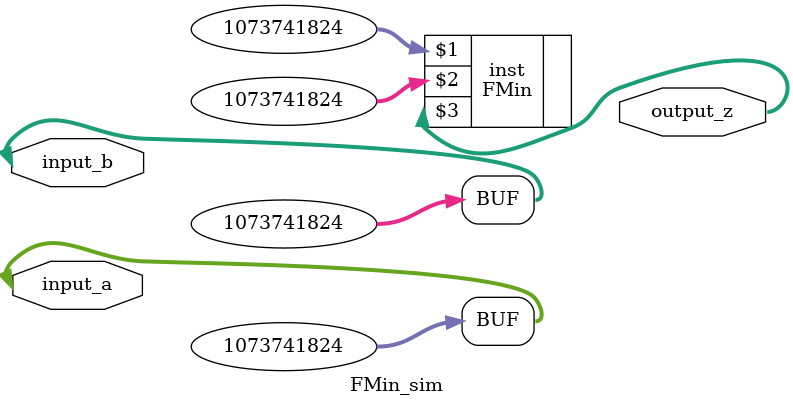
<source format=sv>
`timescale 1ns / 1ps


module FMin_sim(
		input reg [31:0] input_a,
		input reg [31:0] input_b,
        output logic [31:0] output_z

    );
    
    FMin inst(input_a, input_b, output_z);
    
    initial begin
                
            input_b = 32'h40000000;
            input_a = 32'h40a9999a;
            
            #10;
            
            input_a = 32'h40000000;
            input_b = 32'h40a9999a;
            
            #10;
            
            input_a = 32'h3fc00000;
            input_b = 32'h40200000;
            #15;
                        
            input_a = 32'h40000000;
            input_b = 32'h40000000;
            #15;
    end
endmodule

</source>
